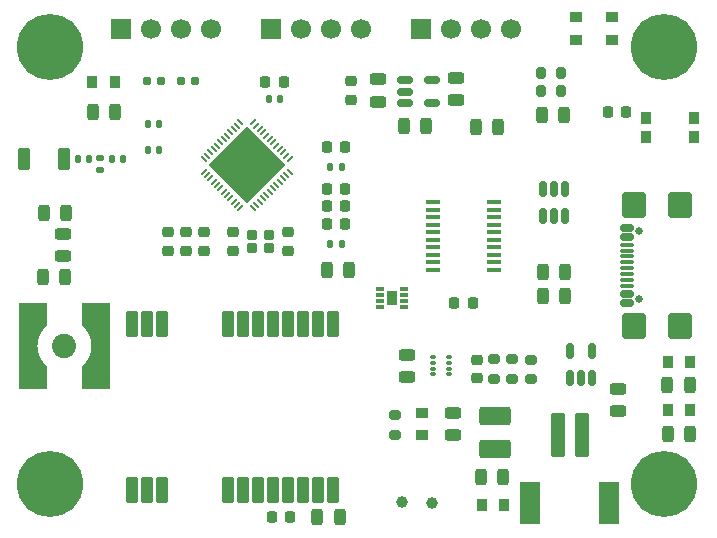
<source format=gbr>
%TF.GenerationSoftware,KiCad,Pcbnew,9.0.3*%
%TF.CreationDate,2025-07-17T21:10:23+02:00*%
%TF.ProjectId,LoRa_Project,4c6f5261-5f50-4726-9f6a-6563742e6b69,rev?*%
%TF.SameCoordinates,Original*%
%TF.FileFunction,Soldermask,Top*%
%TF.FilePolarity,Negative*%
%FSLAX46Y46*%
G04 Gerber Fmt 4.6, Leading zero omitted, Abs format (unit mm)*
G04 Created by KiCad (PCBNEW 9.0.3) date 2025-07-17 21:10:23*
%MOMM*%
%LPD*%
G01*
G04 APERTURE LIST*
G04 Aperture macros list*
%AMRoundRect*
0 Rectangle with rounded corners*
0 $1 Rounding radius*
0 $2 $3 $4 $5 $6 $7 $8 $9 X,Y pos of 4 corners*
0 Add a 4 corners polygon primitive as box body*
4,1,4,$2,$3,$4,$5,$6,$7,$8,$9,$2,$3,0*
0 Add four circle primitives for the rounded corners*
1,1,$1+$1,$2,$3*
1,1,$1+$1,$4,$5*
1,1,$1+$1,$6,$7*
1,1,$1+$1,$8,$9*
0 Add four rect primitives between the rounded corners*
20,1,$1+$1,$2,$3,$4,$5,0*
20,1,$1+$1,$4,$5,$6,$7,0*
20,1,$1+$1,$6,$7,$8,$9,0*
20,1,$1+$1,$8,$9,$2,$3,0*%
%AMRotRect*
0 Rectangle, with rotation*
0 The origin of the aperture is its center*
0 $1 length*
0 $2 width*
0 $3 Rotation angle, in degrees counterclockwise*
0 Add horizontal line*
21,1,$1,$2,0,0,$3*%
%AMFreePoly0*
4,1,14,1.640000,1.767700,1.302700,1.428100,1.020700,0.978600,0.850200,0.476000,0.800000,0.000000,0.850200,-0.476000,1.020700,-0.978600,1.302700,-1.428100,1.640000,-1.767700,1.640000,-3.680000,-0.800000,-3.680000,-0.800000,3.680000,1.640000,3.680000,1.640000,1.767700,1.640000,1.767700,$1*%
G04 Aperture macros list end*
%ADD10C,5.600000*%
%ADD11RoundRect,0.243750X0.243750X0.456250X-0.243750X0.456250X-0.243750X-0.456250X0.243750X-0.456250X0*%
%ADD12R,1.700000X1.700000*%
%ADD13C,1.700000*%
%ADD14RoundRect,0.150000X0.150000X-0.512500X0.150000X0.512500X-0.150000X0.512500X-0.150000X-0.512500X0*%
%ADD15RoundRect,0.100000X0.300000X0.450000X-0.300000X0.450000X-0.300000X-0.450000X0.300000X-0.450000X0*%
%ADD16C,1.000000*%
%ADD17RoundRect,0.218750X-0.218750X-0.256250X0.218750X-0.256250X0.218750X0.256250X-0.218750X0.256250X0*%
%ADD18RoundRect,0.243750X-0.456250X0.243750X-0.456250X-0.243750X0.456250X-0.243750X0.456250X0.243750X0*%
%ADD19RoundRect,0.147500X-0.147500X-0.172500X0.147500X-0.172500X0.147500X0.172500X-0.147500X0.172500X0*%
%ADD20RoundRect,0.147500X0.147500X0.172500X-0.147500X0.172500X-0.147500X-0.172500X0.147500X-0.172500X0*%
%ADD21RoundRect,0.100000X0.450000X-0.300000X0.450000X0.300000X-0.450000X0.300000X-0.450000X-0.300000X0*%
%ADD22RoundRect,0.160000X-0.197500X-0.160000X0.197500X-0.160000X0.197500X0.160000X-0.197500X0.160000X0*%
%ADD23RoundRect,0.050000X0.200000X0.100000X-0.200000X0.100000X-0.200000X-0.100000X0.200000X-0.100000X0*%
%ADD24RoundRect,0.243750X-0.243750X-0.456250X0.243750X-0.456250X0.243750X0.456250X-0.243750X0.456250X0*%
%ADD25RoundRect,0.200000X-0.275000X0.200000X-0.275000X-0.200000X0.275000X-0.200000X0.275000X0.200000X0*%
%ADD26RoundRect,0.200000X0.250000X0.200000X-0.250000X0.200000X-0.250000X-0.200000X0.250000X-0.200000X0*%
%ADD27RoundRect,0.218750X-0.256250X0.218750X-0.256250X-0.218750X0.256250X-0.218750X0.256250X0.218750X0*%
%ADD28RoundRect,0.200000X0.275000X-0.200000X0.275000X0.200000X-0.275000X0.200000X-0.275000X-0.200000X0*%
%ADD29RoundRect,0.150000X-0.150000X0.512500X-0.150000X-0.512500X0.150000X-0.512500X0.150000X0.512500X0*%
%ADD30RoundRect,0.102000X-0.400000X1.000000X-0.400000X-1.000000X0.400000X-1.000000X0.400000X1.000000X0*%
%ADD31RoundRect,0.150000X-0.512500X-0.150000X0.512500X-0.150000X0.512500X0.150000X-0.512500X0.150000X0*%
%ADD32R,1.200000X0.400000*%
%ADD33RoundRect,0.100000X-0.300000X-0.450000X0.300000X-0.450000X0.300000X0.450000X-0.300000X0.450000X0*%
%ADD34R,0.750000X0.300000*%
%ADD35R,0.900000X1.300000*%
%ADD36RoundRect,0.050000X0.212132X0.282843X-0.282843X-0.212132X-0.212132X-0.282843X0.282843X0.212132X0*%
%ADD37RoundRect,0.050000X-0.212132X0.282843X-0.282843X0.212132X0.212132X-0.282843X0.282843X-0.212132X0*%
%ADD38RotRect,4.600000X4.600000X225.000000*%
%ADD39C,0.650000*%
%ADD40RoundRect,0.150000X0.425000X-0.150000X0.425000X0.150000X-0.425000X0.150000X-0.425000X-0.150000X0*%
%ADD41RoundRect,0.075000X0.500000X-0.075000X0.500000X0.075000X-0.500000X0.075000X-0.500000X-0.075000X0*%
%ADD42RoundRect,0.250000X0.750000X-0.840000X0.750000X0.840000X-0.750000X0.840000X-0.750000X-0.840000X0*%
%ADD43RoundRect,0.200000X-0.200000X-0.275000X0.200000X-0.275000X0.200000X0.275000X-0.200000X0.275000X0*%
%ADD44RoundRect,0.147500X0.172500X-0.147500X0.172500X0.147500X-0.172500X0.147500X-0.172500X-0.147500X0*%
%ADD45RoundRect,0.218750X0.218750X0.256250X-0.218750X0.256250X-0.218750X-0.256250X0.218750X-0.256250X0*%
%ADD46RoundRect,0.218750X0.256250X-0.218750X0.256250X0.218750X-0.256250X0.218750X-0.256250X-0.218750X0*%
%ADD47RoundRect,0.320000X-1.030000X0.480000X-1.030000X-0.480000X1.030000X-0.480000X1.030000X0.480000X0*%
%ADD48R,0.900000X1.000000*%
%ADD49RoundRect,0.243750X0.456250X-0.243750X0.456250X0.243750X-0.456250X0.243750X-0.456250X-0.243750X0*%
%ADD50RoundRect,0.102000X0.500000X1.750000X-0.500000X1.750000X-0.500000X-1.750000X0.500000X-1.750000X0*%
%ADD51RoundRect,0.102000X0.750000X1.700000X-0.750000X1.700000X-0.750000X-1.700000X0.750000X-1.700000X0*%
%ADD52RoundRect,0.102000X0.400000X0.800000X-0.400000X0.800000X-0.400000X-0.800000X0.400000X-0.800000X0*%
%ADD53C,2.050000*%
%ADD54FreePoly0,180.000000*%
%ADD55FreePoly0,0.000000*%
G04 APERTURE END LIST*
D10*
%TO.C,H1*%
X194000000Y-56000000D03*
%TD*%
D11*
%TO.C,C15*%
X195337500Y-70100000D03*
X193462500Y-70100000D03*
%TD*%
D12*
%TO.C,J3*%
X212690000Y-54500000D03*
D13*
X215230000Y-54500000D03*
X217770000Y-54500000D03*
X220310000Y-54500000D03*
%TD*%
D14*
%TO.C,U4*%
X237999999Y-84000000D03*
X238949999Y-84000000D03*
X239899999Y-84000000D03*
X239899999Y-81725000D03*
X237999999Y-81725000D03*
%TD*%
D15*
%TO.C,D7*%
X199449999Y-59000000D03*
X197550001Y-59000000D03*
%TD*%
D16*
%TO.C,TP5*%
X226300000Y-94600000D03*
%TD*%
D17*
%TO.C,C27*%
X241212500Y-61500000D03*
X242787500Y-61500000D03*
%TD*%
D18*
%TO.C,L1*%
X195100000Y-71862499D03*
X195100000Y-73737501D03*
%TD*%
D19*
%TO.C,C10*%
X212515000Y-60450000D03*
X213485000Y-60450000D03*
%TD*%
D18*
%TO.C,C5*%
X228362500Y-58662500D03*
X228362500Y-60537500D03*
%TD*%
D20*
%TO.C,C8*%
X203235000Y-64750000D03*
X202265000Y-64750000D03*
%TD*%
D21*
%TO.C,D6*%
X225500000Y-88900000D03*
X225500000Y-87000002D03*
%TD*%
D22*
%TO.C,R15*%
X205102500Y-58900000D03*
X206297500Y-58900000D03*
%TD*%
D16*
%TO.C,TP4*%
X223800000Y-94500000D03*
%TD*%
D21*
%TO.C,D2*%
X241540000Y-55399999D03*
X241540000Y-53500001D03*
%TD*%
D10*
%TO.C,H3*%
X194000000Y-93000000D03*
%TD*%
D23*
%TO.C,U1*%
X227785800Y-83737499D03*
X227785800Y-83237499D03*
X227785800Y-82737499D03*
X227785800Y-82237499D03*
X226414200Y-82237499D03*
X226414200Y-82737499D03*
X226414200Y-83237499D03*
X226414200Y-83737499D03*
%TD*%
D11*
%TO.C,C6*%
X219287500Y-74900000D03*
X217412500Y-74900000D03*
%TD*%
D17*
%TO.C,C21*%
X217424999Y-71000000D03*
X218999999Y-71000000D03*
%TD*%
D24*
%TO.C,R10*%
X230462499Y-92400000D03*
X232337501Y-92400000D03*
%TD*%
D18*
%TO.C,R5*%
X224200000Y-82062499D03*
X224200000Y-83937501D03*
%TD*%
D24*
%TO.C,C14*%
X216625000Y-95800000D03*
X218500000Y-95800000D03*
%TD*%
D25*
%TO.C,R13*%
X223200000Y-87175000D03*
X223200000Y-88825000D03*
%TD*%
D26*
%TO.C,Y1*%
X212500000Y-71900000D03*
X211100000Y-71900000D03*
X211100000Y-73000000D03*
X212500000Y-73000000D03*
%TD*%
D27*
%TO.C,C1*%
X230100000Y-82487500D03*
X230100000Y-84062500D03*
%TD*%
D28*
%TO.C,R2*%
X233100000Y-84100000D03*
X233100000Y-82450000D03*
%TD*%
D29*
%TO.C,U3*%
X237600000Y-68075000D03*
X236650001Y-68075000D03*
X235700002Y-68075000D03*
X235700002Y-70350000D03*
X236650001Y-70350000D03*
X237600000Y-70350000D03*
%TD*%
D30*
%TO.C,IC2*%
X200960000Y-93500000D03*
X202230000Y-93500000D03*
X203500000Y-93500000D03*
X209070000Y-93500000D03*
X210340000Y-93500000D03*
X211610000Y-93500000D03*
X212880000Y-93500000D03*
X214150000Y-93500000D03*
X215420000Y-93500000D03*
X216690000Y-93500000D03*
X217960000Y-93500000D03*
X217960000Y-79500000D03*
X216690000Y-79500000D03*
X215420000Y-79500000D03*
X214150000Y-79500000D03*
X212880000Y-79500000D03*
X211610000Y-79500000D03*
X210340000Y-79500000D03*
X209070000Y-79500000D03*
X203500000Y-79500000D03*
X202230000Y-79500000D03*
X200960000Y-79500000D03*
%TD*%
D11*
%TO.C,R16*%
X199487501Y-61500000D03*
X197612499Y-61500000D03*
%TD*%
%TO.C,C16*%
X195299999Y-75500000D03*
X193424999Y-75500000D03*
%TD*%
D19*
%TO.C,C28*%
X217715000Y-66200000D03*
X218685000Y-66200000D03*
%TD*%
D24*
%TO.C,R11*%
X246324999Y-88750000D03*
X248200001Y-88750000D03*
%TD*%
D31*
%TO.C,U2*%
X224025000Y-58850000D03*
X224025000Y-59800000D03*
X224025000Y-60750000D03*
X226300000Y-60750000D03*
X226300000Y-58850000D03*
%TD*%
D32*
%TO.C,U6*%
X226400000Y-69142500D03*
X226400000Y-69777500D03*
X226399999Y-70412500D03*
X226400000Y-71047500D03*
X226400000Y-71682500D03*
X226400000Y-72317500D03*
X226400000Y-72952500D03*
X226399999Y-73587500D03*
X226400000Y-74222500D03*
X226400000Y-74857500D03*
X231600000Y-74857500D03*
X231600000Y-74222500D03*
X231600001Y-73587500D03*
X231600000Y-72952500D03*
X231600000Y-72317500D03*
X231600000Y-71682500D03*
X231600000Y-71047500D03*
X231600001Y-70412500D03*
X231600000Y-69777500D03*
X231600000Y-69142500D03*
%TD*%
D33*
%TO.C,D3*%
X246300001Y-82650000D03*
X248199999Y-82650000D03*
%TD*%
D25*
%TO.C,R12*%
X234700000Y-82475000D03*
X234700000Y-84125000D03*
%TD*%
D34*
%TO.C,IC1*%
X221950000Y-76500000D03*
X221950000Y-77000000D03*
X221950000Y-77500000D03*
X221950000Y-78000000D03*
X223950000Y-78000000D03*
X223950000Y-77500000D03*
X223950000Y-77000000D03*
X223950000Y-76500000D03*
D35*
X222950000Y-77250000D03*
%TD*%
D36*
%TO.C,U5*%
X214283200Y-65500000D03*
X214000357Y-65217157D03*
X213717514Y-64934314D03*
X213434672Y-64651472D03*
X213151829Y-64368629D03*
X212868986Y-64085786D03*
X212586144Y-63802944D03*
X212303301Y-63520101D03*
X212020458Y-63237258D03*
X211737616Y-62954416D03*
X211454773Y-62671573D03*
X211171930Y-62388730D03*
D37*
X210111270Y-62388730D03*
X209828427Y-62671573D03*
X209545584Y-62954416D03*
X209262742Y-63237258D03*
X208979899Y-63520101D03*
X208697056Y-63802944D03*
X208414214Y-64085786D03*
X208131371Y-64368629D03*
X207848528Y-64651472D03*
X207565686Y-64934314D03*
X207282843Y-65217157D03*
X207000000Y-65500000D03*
D36*
X207000000Y-66560660D03*
X207282843Y-66843503D03*
X207565686Y-67126346D03*
X207848528Y-67409188D03*
X208131371Y-67692031D03*
X208414214Y-67974874D03*
X208697056Y-68257716D03*
X208979899Y-68540559D03*
X209262742Y-68823402D03*
X209545584Y-69106244D03*
X209828427Y-69389087D03*
X210111270Y-69671930D03*
D37*
X211171930Y-69671930D03*
X211454773Y-69389087D03*
X211737616Y-69106244D03*
X212020458Y-68823402D03*
X212303301Y-68540559D03*
X212586144Y-68257716D03*
X212868986Y-67974874D03*
X213151829Y-67692031D03*
X213434672Y-67409188D03*
X213717514Y-67126346D03*
X214000357Y-66843503D03*
X214283200Y-66560660D03*
D38*
X210641600Y-66030330D03*
%TD*%
D39*
%TO.C,J2*%
X243895000Y-77390000D03*
X243895000Y-71610000D03*
D40*
X242820000Y-77700000D03*
X242820000Y-76900000D03*
D41*
X242820000Y-75750000D03*
X242820000Y-74750000D03*
X242820000Y-74250000D03*
X242820000Y-73250000D03*
D40*
X242820000Y-72100000D03*
X242820000Y-71300000D03*
X242820000Y-71300000D03*
X242820000Y-72100000D03*
D41*
X242820000Y-72750000D03*
X242820000Y-73750000D03*
X242820000Y-75250000D03*
X242820000Y-76250000D03*
D40*
X242820000Y-76900000D03*
X242820000Y-77700000D03*
D42*
X243395000Y-79610000D03*
X247325000Y-79610000D03*
X243395000Y-69390000D03*
X247325000Y-69390000D03*
%TD*%
D10*
%TO.C,H2*%
X245999999Y-56000001D03*
%TD*%
D43*
%TO.C,R8*%
X235600000Y-58250000D03*
X237250000Y-58250000D03*
%TD*%
D44*
%TO.C,L5*%
X198250000Y-66400000D03*
X198250000Y-65430000D03*
%TD*%
D20*
%TO.C,C26*%
X203235000Y-62510001D03*
X202265000Y-62510001D03*
%TD*%
D24*
%TO.C,R20*%
X235662499Y-61750000D03*
X237537501Y-61750000D03*
%TD*%
D12*
%TO.C,J6*%
X225420001Y-54500000D03*
D13*
X227960001Y-54500000D03*
X230500001Y-54500000D03*
X233040001Y-54500000D03*
%TD*%
D27*
%TO.C,C24*%
X207000000Y-71712500D03*
X207000000Y-73287500D03*
%TD*%
D11*
%TO.C,R3*%
X237587501Y-77100000D03*
X235712499Y-77100000D03*
%TD*%
D17*
%TO.C,L3*%
X217424998Y-69500000D03*
X219000000Y-69500000D03*
%TD*%
D45*
%TO.C,C11*%
X229799999Y-77700000D03*
X228224999Y-77700000D03*
%TD*%
D46*
%TO.C,C25*%
X214100000Y-73287500D03*
X214100000Y-71712500D03*
%TD*%
D27*
%TO.C,C23*%
X205500000Y-71712500D03*
X205500000Y-73287500D03*
%TD*%
D45*
%TO.C,L2*%
X219000000Y-68000000D03*
X217424998Y-68000000D03*
%TD*%
D17*
%TO.C,C20*%
X212212500Y-59000000D03*
X213787500Y-59000000D03*
%TD*%
D33*
%TO.C,D5*%
X246300001Y-86730000D03*
X248199999Y-86730000D03*
%TD*%
D28*
%TO.C,R1*%
X231600000Y-84100000D03*
X231600000Y-82450000D03*
%TD*%
D20*
%TO.C,L4*%
X197300000Y-65500000D03*
X196330000Y-65500000D03*
%TD*%
D43*
%TO.C,R7*%
X235600000Y-59750000D03*
X237250000Y-59750000D03*
%TD*%
D18*
%TO.C,C19*%
X221762500Y-58762500D03*
X221762500Y-60637500D03*
%TD*%
D19*
%TO.C,C29*%
X217730000Y-72700000D03*
X218700000Y-72700000D03*
%TD*%
D22*
%TO.C,R14*%
X202205000Y-58910000D03*
X203400000Y-58910000D03*
%TD*%
D27*
%TO.C,C22*%
X204000000Y-71712500D03*
X204000000Y-73287500D03*
%TD*%
D47*
%TO.C,C7*%
X231700000Y-87250001D03*
X231700000Y-90049999D03*
%TD*%
D45*
%TO.C,C13*%
X214337501Y-95800000D03*
X212762501Y-95800000D03*
%TD*%
D48*
%TO.C,RST1*%
X248550000Y-62000000D03*
X248550000Y-63600000D03*
X244450000Y-63600000D03*
X244450000Y-62000000D03*
%TD*%
D18*
%TO.C,C18*%
X228100000Y-86962500D03*
X228100000Y-88837500D03*
%TD*%
D12*
%TO.C,J1*%
X200000000Y-54500000D03*
D13*
X202540000Y-54500000D03*
X205080000Y-54500000D03*
X207620000Y-54500000D03*
%TD*%
D24*
%TO.C,R4*%
X235712499Y-75050000D03*
X237587501Y-75050000D03*
%TD*%
D33*
%TO.C,D4*%
X230550001Y-94825000D03*
X232449999Y-94825000D03*
%TD*%
D49*
%TO.C,C17*%
X242100000Y-86875001D03*
X242100000Y-85000001D03*
%TD*%
D11*
%TO.C,C4*%
X225825000Y-62725000D03*
X223950000Y-62725000D03*
%TD*%
D20*
%TO.C,C30*%
X200185000Y-65500000D03*
X199215000Y-65500000D03*
%TD*%
D50*
%TO.C,J4*%
X237000000Y-88875000D03*
X239000000Y-88875000D03*
D51*
X234650000Y-94625000D03*
X241350000Y-94625000D03*
%TD*%
D10*
%TO.C,H4*%
X245999999Y-92999999D03*
%TD*%
D24*
%TO.C,R9*%
X246262499Y-84650000D03*
X248137501Y-84650000D03*
%TD*%
D27*
%TO.C,C2*%
X219462500Y-58912500D03*
X219462500Y-60487500D03*
%TD*%
D52*
%TO.C,E1*%
X195200000Y-65500000D03*
X191800000Y-65500000D03*
%TD*%
D17*
%TO.C,C3*%
X217425000Y-64500000D03*
X219000000Y-64500000D03*
%TD*%
D21*
%TO.C,D1*%
X238500000Y-55399998D03*
X238500000Y-53500000D03*
%TD*%
D24*
%TO.C,R6*%
X230062499Y-62800000D03*
X231937501Y-62800000D03*
%TD*%
D53*
%TO.C,J5*%
X195200000Y-81300000D03*
D54*
X198280000Y-81300000D03*
D55*
X192120000Y-81300000D03*
%TD*%
D46*
%TO.C,C9*%
X209500000Y-73287500D03*
X209500000Y-71712500D03*
%TD*%
M02*

</source>
